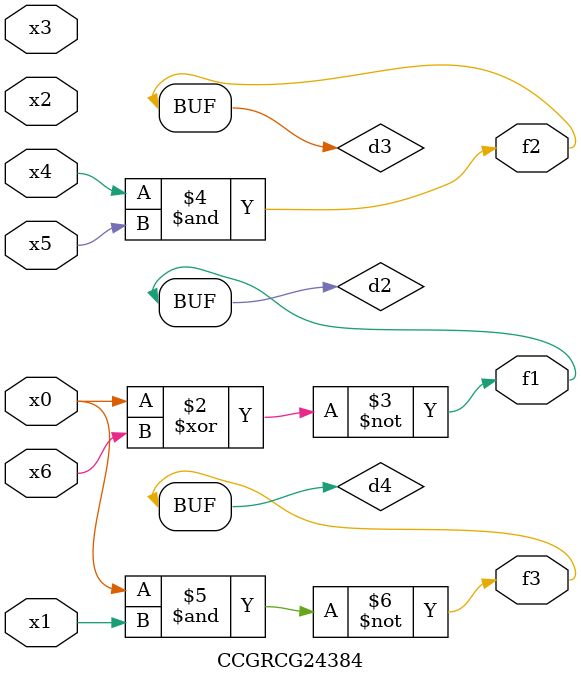
<source format=v>
module CCGRCG24384(
	input x0, x1, x2, x3, x4, x5, x6,
	output f1, f2, f3
);

	wire d1, d2, d3, d4;

	nor (d1, x0);
	xnor (d2, x0, x6);
	and (d3, x4, x5);
	nand (d4, x0, x1);
	assign f1 = d2;
	assign f2 = d3;
	assign f3 = d4;
endmodule

</source>
